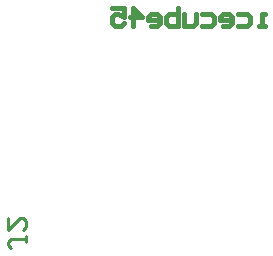
<source format=gbo>
G04*
G04 #@! TF.GenerationSoftware,Altium Limited,Altium Designer,20.0.2 (26)*
G04*
G04 Layer_Color=32896*
%FSLAX25Y25*%
%MOIN*%
G70*
G01*
G75*
%ADD12C,0.01000*%
%ADD29C,0.01500*%
D12*
X222498Y294999D02*
Y292999D01*
Y293999D01*
X217500D01*
X216500Y292999D01*
Y292000D01*
X217500Y291000D01*
X216500Y300997D02*
Y296998D01*
X220499Y300997D01*
X221498D01*
X222498Y299997D01*
Y297998D01*
X221498Y296998D01*
D29*
X302000Y365000D02*
X300001D01*
X301000D01*
Y368999D01*
X302000D01*
X293003D02*
X296002D01*
X297002Y367999D01*
Y366000D01*
X296002Y365000D01*
X293003D01*
X288004D02*
X290004D01*
X291004Y366000D01*
Y367999D01*
X290004Y368999D01*
X288004D01*
X287005Y367999D01*
Y366999D01*
X291004D01*
X281007Y368999D02*
X284006D01*
X285005Y367999D01*
Y366000D01*
X284006Y365000D01*
X281007D01*
X279007Y368999D02*
Y366000D01*
X278008Y365000D01*
X275009D01*
Y368999D01*
X273009Y370998D02*
Y365000D01*
X270010D01*
X269011Y366000D01*
Y366999D01*
Y367999D01*
X270010Y368999D01*
X273009D01*
X264012Y365000D02*
X266012D01*
X267011Y366000D01*
Y367999D01*
X266012Y368999D01*
X264012D01*
X263013Y367999D01*
Y366999D01*
X267011D01*
X258014Y365000D02*
Y370998D01*
X261013Y367999D01*
X257015D01*
X251016Y370998D02*
X255015D01*
Y367999D01*
X253016Y368999D01*
X252016D01*
X251016Y367999D01*
Y366000D01*
X252016Y365000D01*
X254015D01*
X255015Y366000D01*
M02*

</source>
